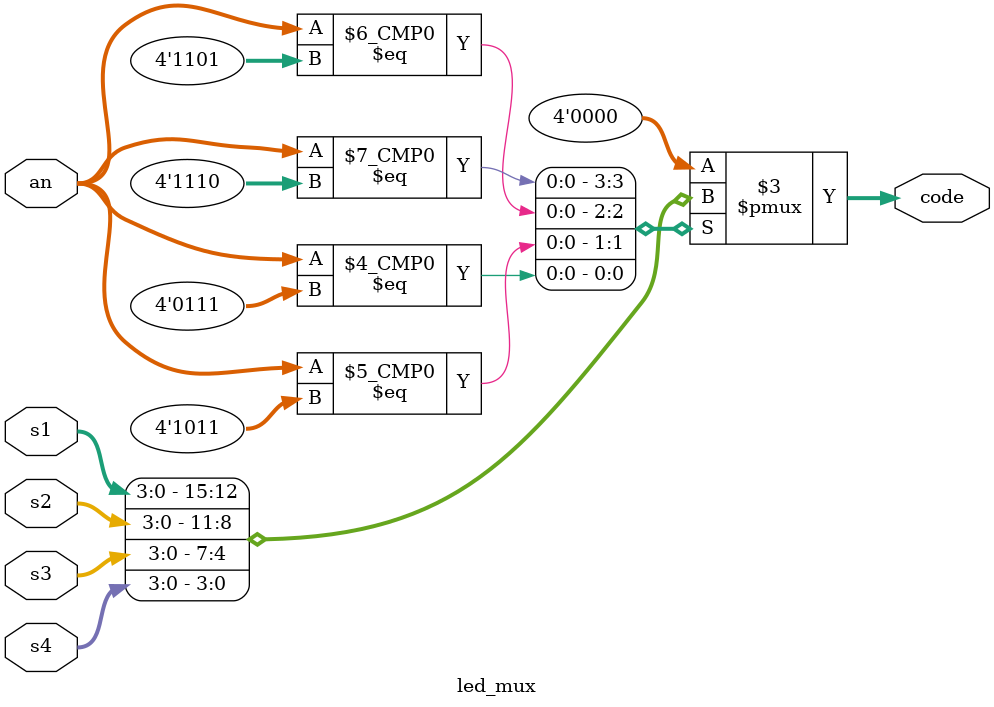
<source format=v>
`timescale 1ns / 1ps
module led_mux(
	input [3:0] an,
	input [3:0] s1,
	input [3:0] s2,
	input [3:0] s3,
	input [3:0] s4,
	output reg [3:0] code
    );
	always @(an) begin
		case(an)
			4'b1110: begin code=s1; end
			4'b1101: begin code=s2; end
			4'b1011: begin code=s3; end
			4'b0111: begin code=s4; end
			default: begin code=0; end
		endcase
	end
endmodule

</source>
